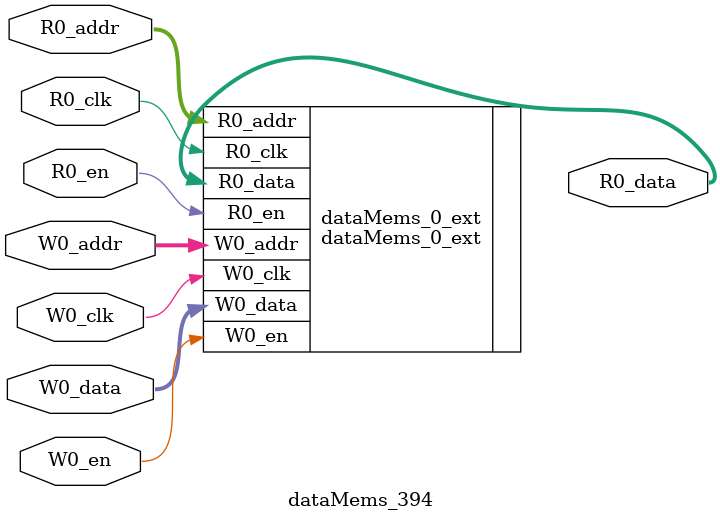
<source format=sv>
`ifndef RANDOMIZE
  `ifdef RANDOMIZE_REG_INIT
    `define RANDOMIZE
  `endif // RANDOMIZE_REG_INIT
`endif // not def RANDOMIZE
`ifndef RANDOMIZE
  `ifdef RANDOMIZE_MEM_INIT
    `define RANDOMIZE
  `endif // RANDOMIZE_MEM_INIT
`endif // not def RANDOMIZE

`ifndef RANDOM
  `define RANDOM $random
`endif // not def RANDOM

// Users can define 'PRINTF_COND' to add an extra gate to prints.
`ifndef PRINTF_COND_
  `ifdef PRINTF_COND
    `define PRINTF_COND_ (`PRINTF_COND)
  `else  // PRINTF_COND
    `define PRINTF_COND_ 1
  `endif // PRINTF_COND
`endif // not def PRINTF_COND_

// Users can define 'ASSERT_VERBOSE_COND' to add an extra gate to assert error printing.
`ifndef ASSERT_VERBOSE_COND_
  `ifdef ASSERT_VERBOSE_COND
    `define ASSERT_VERBOSE_COND_ (`ASSERT_VERBOSE_COND)
  `else  // ASSERT_VERBOSE_COND
    `define ASSERT_VERBOSE_COND_ 1
  `endif // ASSERT_VERBOSE_COND
`endif // not def ASSERT_VERBOSE_COND_

// Users can define 'STOP_COND' to add an extra gate to stop conditions.
`ifndef STOP_COND_
  `ifdef STOP_COND
    `define STOP_COND_ (`STOP_COND)
  `else  // STOP_COND
    `define STOP_COND_ 1
  `endif // STOP_COND
`endif // not def STOP_COND_

// Users can define INIT_RANDOM as general code that gets injected into the
// initializer block for modules with registers.
`ifndef INIT_RANDOM
  `define INIT_RANDOM
`endif // not def INIT_RANDOM

// If using random initialization, you can also define RANDOMIZE_DELAY to
// customize the delay used, otherwise 0.002 is used.
`ifndef RANDOMIZE_DELAY
  `define RANDOMIZE_DELAY 0.002
`endif // not def RANDOMIZE_DELAY

// Define INIT_RANDOM_PROLOG_ for use in our modules below.
`ifndef INIT_RANDOM_PROLOG_
  `ifdef RANDOMIZE
    `ifdef VERILATOR
      `define INIT_RANDOM_PROLOG_ `INIT_RANDOM
    `else  // VERILATOR
      `define INIT_RANDOM_PROLOG_ `INIT_RANDOM #`RANDOMIZE_DELAY begin end
    `endif // VERILATOR
  `else  // RANDOMIZE
    `define INIT_RANDOM_PROLOG_
  `endif // RANDOMIZE
`endif // not def INIT_RANDOM_PROLOG_

// Include register initializers in init blocks unless synthesis is set
`ifndef SYNTHESIS
  `ifndef ENABLE_INITIAL_REG_
    `define ENABLE_INITIAL_REG_
  `endif // not def ENABLE_INITIAL_REG_
`endif // not def SYNTHESIS

// Include rmemory initializers in init blocks unless synthesis is set
`ifndef SYNTHESIS
  `ifndef ENABLE_INITIAL_MEM_
    `define ENABLE_INITIAL_MEM_
  `endif // not def ENABLE_INITIAL_MEM_
`endif // not def SYNTHESIS

module dataMems_394(	// @[generators/ara/src/main/scala/UnsafeAXI4ToTL.scala:365:62]
  input  [4:0]  R0_addr,
  input         R0_en,
  input         R0_clk,
  output [66:0] R0_data,
  input  [4:0]  W0_addr,
  input         W0_en,
  input         W0_clk,
  input  [66:0] W0_data
);

  dataMems_0_ext dataMems_0_ext (	// @[generators/ara/src/main/scala/UnsafeAXI4ToTL.scala:365:62]
    .R0_addr (R0_addr),
    .R0_en   (R0_en),
    .R0_clk  (R0_clk),
    .R0_data (R0_data),
    .W0_addr (W0_addr),
    .W0_en   (W0_en),
    .W0_clk  (W0_clk),
    .W0_data (W0_data)
  );
endmodule


</source>
